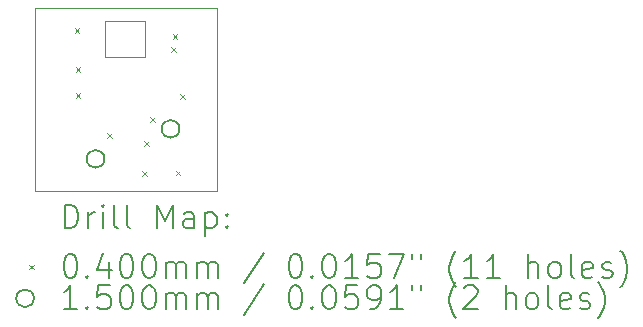
<source format=gbr>
%TF.GenerationSoftware,KiCad,Pcbnew,8.0.5*%
%TF.CreationDate,2024-09-21T17:12:39+02:00*%
%TF.ProjectId,keycap,6b657963-6170-42e6-9b69-6361645f7063,rev?*%
%TF.SameCoordinates,Original*%
%TF.FileFunction,Drillmap*%
%TF.FilePolarity,Positive*%
%FSLAX45Y45*%
G04 Gerber Fmt 4.5, Leading zero omitted, Abs format (unit mm)*
G04 Created by KiCad (PCBNEW 8.0.5) date 2024-09-21 17:12:39*
%MOMM*%
%LPD*%
G01*
G04 APERTURE LIST*
%ADD10C,0.100000*%
%ADD11C,0.120000*%
%ADD12C,0.200000*%
%ADD13C,0.150000*%
G04 APERTURE END LIST*
D10*
X11341114Y-12104436D02*
X11341114Y-10556936D01*
X12887706Y-12104624D02*
X11341114Y-12104436D01*
X12888468Y-10557256D02*
X12887706Y-12104624D01*
X11341114Y-10556936D02*
X12888468Y-10557256D01*
D11*
X11940000Y-10670000D02*
X12280000Y-10670000D01*
X11940000Y-10970000D02*
X11940000Y-10670000D01*
X12280000Y-10670000D02*
X12280000Y-10970000D01*
X12280000Y-10970000D02*
X11940000Y-10970000D01*
D12*
D10*
X11680000Y-10730000D02*
X11720000Y-10770000D01*
X11720000Y-10730000D02*
X11680000Y-10770000D01*
X11690000Y-11055000D02*
X11730000Y-11095000D01*
X11730000Y-11055000D02*
X11690000Y-11095000D01*
X11690000Y-11280000D02*
X11730000Y-11320000D01*
X11730000Y-11280000D02*
X11690000Y-11320000D01*
X11955000Y-11614216D02*
X11995000Y-11654216D01*
X11995000Y-11614216D02*
X11955000Y-11654216D01*
X12255000Y-11935000D02*
X12295000Y-11975000D01*
X12295000Y-11935000D02*
X12255000Y-11975000D01*
X12270000Y-11686750D02*
X12310000Y-11726750D01*
X12310000Y-11686750D02*
X12270000Y-11726750D01*
X12320260Y-11479740D02*
X12360260Y-11519740D01*
X12360260Y-11479740D02*
X12320260Y-11519740D01*
X12500000Y-10890000D02*
X12540000Y-10930000D01*
X12540000Y-10890000D02*
X12500000Y-10930000D01*
X12510000Y-10780000D02*
X12550000Y-10820000D01*
X12550000Y-10780000D02*
X12510000Y-10820000D01*
X12536000Y-11933222D02*
X12576000Y-11973222D01*
X12576000Y-11933222D02*
X12536000Y-11973222D01*
X12572500Y-11287500D02*
X12612500Y-11327500D01*
X12612500Y-11287500D02*
X12572500Y-11327500D01*
D13*
X11932990Y-11833860D02*
G75*
G02*
X11782990Y-11833860I-75000J0D01*
G01*
X11782990Y-11833860D02*
G75*
G02*
X11932990Y-11833860I75000J0D01*
G01*
X12567990Y-11579860D02*
G75*
G02*
X12417990Y-11579860I-75000J0D01*
G01*
X12417990Y-11579860D02*
G75*
G02*
X12567990Y-11579860I75000J0D01*
G01*
D12*
X11596891Y-12421108D02*
X11596891Y-12221108D01*
X11596891Y-12221108D02*
X11644510Y-12221108D01*
X11644510Y-12221108D02*
X11673081Y-12230632D01*
X11673081Y-12230632D02*
X11692129Y-12249679D01*
X11692129Y-12249679D02*
X11701653Y-12268727D01*
X11701653Y-12268727D02*
X11711176Y-12306822D01*
X11711176Y-12306822D02*
X11711176Y-12335393D01*
X11711176Y-12335393D02*
X11701653Y-12373489D01*
X11701653Y-12373489D02*
X11692129Y-12392536D01*
X11692129Y-12392536D02*
X11673081Y-12411584D01*
X11673081Y-12411584D02*
X11644510Y-12421108D01*
X11644510Y-12421108D02*
X11596891Y-12421108D01*
X11796891Y-12421108D02*
X11796891Y-12287774D01*
X11796891Y-12325870D02*
X11806415Y-12306822D01*
X11806415Y-12306822D02*
X11815938Y-12297298D01*
X11815938Y-12297298D02*
X11834986Y-12287774D01*
X11834986Y-12287774D02*
X11854034Y-12287774D01*
X11920700Y-12421108D02*
X11920700Y-12287774D01*
X11920700Y-12221108D02*
X11911176Y-12230632D01*
X11911176Y-12230632D02*
X11920700Y-12240155D01*
X11920700Y-12240155D02*
X11930224Y-12230632D01*
X11930224Y-12230632D02*
X11920700Y-12221108D01*
X11920700Y-12221108D02*
X11920700Y-12240155D01*
X12044510Y-12421108D02*
X12025462Y-12411584D01*
X12025462Y-12411584D02*
X12015938Y-12392536D01*
X12015938Y-12392536D02*
X12015938Y-12221108D01*
X12149272Y-12421108D02*
X12130224Y-12411584D01*
X12130224Y-12411584D02*
X12120700Y-12392536D01*
X12120700Y-12392536D02*
X12120700Y-12221108D01*
X12377843Y-12421108D02*
X12377843Y-12221108D01*
X12377843Y-12221108D02*
X12444510Y-12363965D01*
X12444510Y-12363965D02*
X12511176Y-12221108D01*
X12511176Y-12221108D02*
X12511176Y-12421108D01*
X12692129Y-12421108D02*
X12692129Y-12316346D01*
X12692129Y-12316346D02*
X12682605Y-12297298D01*
X12682605Y-12297298D02*
X12663557Y-12287774D01*
X12663557Y-12287774D02*
X12625462Y-12287774D01*
X12625462Y-12287774D02*
X12606415Y-12297298D01*
X12692129Y-12411584D02*
X12673081Y-12421108D01*
X12673081Y-12421108D02*
X12625462Y-12421108D01*
X12625462Y-12421108D02*
X12606415Y-12411584D01*
X12606415Y-12411584D02*
X12596891Y-12392536D01*
X12596891Y-12392536D02*
X12596891Y-12373489D01*
X12596891Y-12373489D02*
X12606415Y-12354441D01*
X12606415Y-12354441D02*
X12625462Y-12344917D01*
X12625462Y-12344917D02*
X12673081Y-12344917D01*
X12673081Y-12344917D02*
X12692129Y-12335393D01*
X12787367Y-12287774D02*
X12787367Y-12487774D01*
X12787367Y-12297298D02*
X12806415Y-12287774D01*
X12806415Y-12287774D02*
X12844510Y-12287774D01*
X12844510Y-12287774D02*
X12863557Y-12297298D01*
X12863557Y-12297298D02*
X12873081Y-12306822D01*
X12873081Y-12306822D02*
X12882605Y-12325870D01*
X12882605Y-12325870D02*
X12882605Y-12383012D01*
X12882605Y-12383012D02*
X12873081Y-12402060D01*
X12873081Y-12402060D02*
X12863557Y-12411584D01*
X12863557Y-12411584D02*
X12844510Y-12421108D01*
X12844510Y-12421108D02*
X12806415Y-12421108D01*
X12806415Y-12421108D02*
X12787367Y-12411584D01*
X12968319Y-12402060D02*
X12977843Y-12411584D01*
X12977843Y-12411584D02*
X12968319Y-12421108D01*
X12968319Y-12421108D02*
X12958796Y-12411584D01*
X12958796Y-12411584D02*
X12968319Y-12402060D01*
X12968319Y-12402060D02*
X12968319Y-12421108D01*
X12968319Y-12297298D02*
X12977843Y-12306822D01*
X12977843Y-12306822D02*
X12968319Y-12316346D01*
X12968319Y-12316346D02*
X12958796Y-12306822D01*
X12958796Y-12306822D02*
X12968319Y-12297298D01*
X12968319Y-12297298D02*
X12968319Y-12316346D01*
D10*
X11296114Y-12729624D02*
X11336114Y-12769624D01*
X11336114Y-12729624D02*
X11296114Y-12769624D01*
D12*
X11634986Y-12641108D02*
X11654034Y-12641108D01*
X11654034Y-12641108D02*
X11673081Y-12650632D01*
X11673081Y-12650632D02*
X11682605Y-12660155D01*
X11682605Y-12660155D02*
X11692129Y-12679203D01*
X11692129Y-12679203D02*
X11701653Y-12717298D01*
X11701653Y-12717298D02*
X11701653Y-12764917D01*
X11701653Y-12764917D02*
X11692129Y-12803012D01*
X11692129Y-12803012D02*
X11682605Y-12822060D01*
X11682605Y-12822060D02*
X11673081Y-12831584D01*
X11673081Y-12831584D02*
X11654034Y-12841108D01*
X11654034Y-12841108D02*
X11634986Y-12841108D01*
X11634986Y-12841108D02*
X11615938Y-12831584D01*
X11615938Y-12831584D02*
X11606415Y-12822060D01*
X11606415Y-12822060D02*
X11596891Y-12803012D01*
X11596891Y-12803012D02*
X11587367Y-12764917D01*
X11587367Y-12764917D02*
X11587367Y-12717298D01*
X11587367Y-12717298D02*
X11596891Y-12679203D01*
X11596891Y-12679203D02*
X11606415Y-12660155D01*
X11606415Y-12660155D02*
X11615938Y-12650632D01*
X11615938Y-12650632D02*
X11634986Y-12641108D01*
X11787367Y-12822060D02*
X11796891Y-12831584D01*
X11796891Y-12831584D02*
X11787367Y-12841108D01*
X11787367Y-12841108D02*
X11777843Y-12831584D01*
X11777843Y-12831584D02*
X11787367Y-12822060D01*
X11787367Y-12822060D02*
X11787367Y-12841108D01*
X11968319Y-12707774D02*
X11968319Y-12841108D01*
X11920700Y-12631584D02*
X11873081Y-12774441D01*
X11873081Y-12774441D02*
X11996891Y-12774441D01*
X12111176Y-12641108D02*
X12130224Y-12641108D01*
X12130224Y-12641108D02*
X12149272Y-12650632D01*
X12149272Y-12650632D02*
X12158796Y-12660155D01*
X12158796Y-12660155D02*
X12168319Y-12679203D01*
X12168319Y-12679203D02*
X12177843Y-12717298D01*
X12177843Y-12717298D02*
X12177843Y-12764917D01*
X12177843Y-12764917D02*
X12168319Y-12803012D01*
X12168319Y-12803012D02*
X12158796Y-12822060D01*
X12158796Y-12822060D02*
X12149272Y-12831584D01*
X12149272Y-12831584D02*
X12130224Y-12841108D01*
X12130224Y-12841108D02*
X12111176Y-12841108D01*
X12111176Y-12841108D02*
X12092129Y-12831584D01*
X12092129Y-12831584D02*
X12082605Y-12822060D01*
X12082605Y-12822060D02*
X12073081Y-12803012D01*
X12073081Y-12803012D02*
X12063557Y-12764917D01*
X12063557Y-12764917D02*
X12063557Y-12717298D01*
X12063557Y-12717298D02*
X12073081Y-12679203D01*
X12073081Y-12679203D02*
X12082605Y-12660155D01*
X12082605Y-12660155D02*
X12092129Y-12650632D01*
X12092129Y-12650632D02*
X12111176Y-12641108D01*
X12301653Y-12641108D02*
X12320700Y-12641108D01*
X12320700Y-12641108D02*
X12339748Y-12650632D01*
X12339748Y-12650632D02*
X12349272Y-12660155D01*
X12349272Y-12660155D02*
X12358796Y-12679203D01*
X12358796Y-12679203D02*
X12368319Y-12717298D01*
X12368319Y-12717298D02*
X12368319Y-12764917D01*
X12368319Y-12764917D02*
X12358796Y-12803012D01*
X12358796Y-12803012D02*
X12349272Y-12822060D01*
X12349272Y-12822060D02*
X12339748Y-12831584D01*
X12339748Y-12831584D02*
X12320700Y-12841108D01*
X12320700Y-12841108D02*
X12301653Y-12841108D01*
X12301653Y-12841108D02*
X12282605Y-12831584D01*
X12282605Y-12831584D02*
X12273081Y-12822060D01*
X12273081Y-12822060D02*
X12263557Y-12803012D01*
X12263557Y-12803012D02*
X12254034Y-12764917D01*
X12254034Y-12764917D02*
X12254034Y-12717298D01*
X12254034Y-12717298D02*
X12263557Y-12679203D01*
X12263557Y-12679203D02*
X12273081Y-12660155D01*
X12273081Y-12660155D02*
X12282605Y-12650632D01*
X12282605Y-12650632D02*
X12301653Y-12641108D01*
X12454034Y-12841108D02*
X12454034Y-12707774D01*
X12454034Y-12726822D02*
X12463557Y-12717298D01*
X12463557Y-12717298D02*
X12482605Y-12707774D01*
X12482605Y-12707774D02*
X12511177Y-12707774D01*
X12511177Y-12707774D02*
X12530224Y-12717298D01*
X12530224Y-12717298D02*
X12539748Y-12736346D01*
X12539748Y-12736346D02*
X12539748Y-12841108D01*
X12539748Y-12736346D02*
X12549272Y-12717298D01*
X12549272Y-12717298D02*
X12568319Y-12707774D01*
X12568319Y-12707774D02*
X12596891Y-12707774D01*
X12596891Y-12707774D02*
X12615938Y-12717298D01*
X12615938Y-12717298D02*
X12625462Y-12736346D01*
X12625462Y-12736346D02*
X12625462Y-12841108D01*
X12720700Y-12841108D02*
X12720700Y-12707774D01*
X12720700Y-12726822D02*
X12730224Y-12717298D01*
X12730224Y-12717298D02*
X12749272Y-12707774D01*
X12749272Y-12707774D02*
X12777843Y-12707774D01*
X12777843Y-12707774D02*
X12796891Y-12717298D01*
X12796891Y-12717298D02*
X12806415Y-12736346D01*
X12806415Y-12736346D02*
X12806415Y-12841108D01*
X12806415Y-12736346D02*
X12815938Y-12717298D01*
X12815938Y-12717298D02*
X12834986Y-12707774D01*
X12834986Y-12707774D02*
X12863557Y-12707774D01*
X12863557Y-12707774D02*
X12882605Y-12717298D01*
X12882605Y-12717298D02*
X12892129Y-12736346D01*
X12892129Y-12736346D02*
X12892129Y-12841108D01*
X13282605Y-12631584D02*
X13111177Y-12888727D01*
X13539748Y-12641108D02*
X13558796Y-12641108D01*
X13558796Y-12641108D02*
X13577843Y-12650632D01*
X13577843Y-12650632D02*
X13587367Y-12660155D01*
X13587367Y-12660155D02*
X13596891Y-12679203D01*
X13596891Y-12679203D02*
X13606415Y-12717298D01*
X13606415Y-12717298D02*
X13606415Y-12764917D01*
X13606415Y-12764917D02*
X13596891Y-12803012D01*
X13596891Y-12803012D02*
X13587367Y-12822060D01*
X13587367Y-12822060D02*
X13577843Y-12831584D01*
X13577843Y-12831584D02*
X13558796Y-12841108D01*
X13558796Y-12841108D02*
X13539748Y-12841108D01*
X13539748Y-12841108D02*
X13520700Y-12831584D01*
X13520700Y-12831584D02*
X13511177Y-12822060D01*
X13511177Y-12822060D02*
X13501653Y-12803012D01*
X13501653Y-12803012D02*
X13492129Y-12764917D01*
X13492129Y-12764917D02*
X13492129Y-12717298D01*
X13492129Y-12717298D02*
X13501653Y-12679203D01*
X13501653Y-12679203D02*
X13511177Y-12660155D01*
X13511177Y-12660155D02*
X13520700Y-12650632D01*
X13520700Y-12650632D02*
X13539748Y-12641108D01*
X13692129Y-12822060D02*
X13701653Y-12831584D01*
X13701653Y-12831584D02*
X13692129Y-12841108D01*
X13692129Y-12841108D02*
X13682605Y-12831584D01*
X13682605Y-12831584D02*
X13692129Y-12822060D01*
X13692129Y-12822060D02*
X13692129Y-12841108D01*
X13825462Y-12641108D02*
X13844510Y-12641108D01*
X13844510Y-12641108D02*
X13863558Y-12650632D01*
X13863558Y-12650632D02*
X13873081Y-12660155D01*
X13873081Y-12660155D02*
X13882605Y-12679203D01*
X13882605Y-12679203D02*
X13892129Y-12717298D01*
X13892129Y-12717298D02*
X13892129Y-12764917D01*
X13892129Y-12764917D02*
X13882605Y-12803012D01*
X13882605Y-12803012D02*
X13873081Y-12822060D01*
X13873081Y-12822060D02*
X13863558Y-12831584D01*
X13863558Y-12831584D02*
X13844510Y-12841108D01*
X13844510Y-12841108D02*
X13825462Y-12841108D01*
X13825462Y-12841108D02*
X13806415Y-12831584D01*
X13806415Y-12831584D02*
X13796891Y-12822060D01*
X13796891Y-12822060D02*
X13787367Y-12803012D01*
X13787367Y-12803012D02*
X13777843Y-12764917D01*
X13777843Y-12764917D02*
X13777843Y-12717298D01*
X13777843Y-12717298D02*
X13787367Y-12679203D01*
X13787367Y-12679203D02*
X13796891Y-12660155D01*
X13796891Y-12660155D02*
X13806415Y-12650632D01*
X13806415Y-12650632D02*
X13825462Y-12641108D01*
X14082605Y-12841108D02*
X13968320Y-12841108D01*
X14025462Y-12841108D02*
X14025462Y-12641108D01*
X14025462Y-12641108D02*
X14006415Y-12669679D01*
X14006415Y-12669679D02*
X13987367Y-12688727D01*
X13987367Y-12688727D02*
X13968320Y-12698251D01*
X14263558Y-12641108D02*
X14168320Y-12641108D01*
X14168320Y-12641108D02*
X14158796Y-12736346D01*
X14158796Y-12736346D02*
X14168320Y-12726822D01*
X14168320Y-12726822D02*
X14187367Y-12717298D01*
X14187367Y-12717298D02*
X14234986Y-12717298D01*
X14234986Y-12717298D02*
X14254034Y-12726822D01*
X14254034Y-12726822D02*
X14263558Y-12736346D01*
X14263558Y-12736346D02*
X14273081Y-12755393D01*
X14273081Y-12755393D02*
X14273081Y-12803012D01*
X14273081Y-12803012D02*
X14263558Y-12822060D01*
X14263558Y-12822060D02*
X14254034Y-12831584D01*
X14254034Y-12831584D02*
X14234986Y-12841108D01*
X14234986Y-12841108D02*
X14187367Y-12841108D01*
X14187367Y-12841108D02*
X14168320Y-12831584D01*
X14168320Y-12831584D02*
X14158796Y-12822060D01*
X14339748Y-12641108D02*
X14473081Y-12641108D01*
X14473081Y-12641108D02*
X14387367Y-12841108D01*
X14539748Y-12641108D02*
X14539748Y-12679203D01*
X14615939Y-12641108D02*
X14615939Y-12679203D01*
X14911177Y-12917298D02*
X14901653Y-12907774D01*
X14901653Y-12907774D02*
X14882605Y-12879203D01*
X14882605Y-12879203D02*
X14873082Y-12860155D01*
X14873082Y-12860155D02*
X14863558Y-12831584D01*
X14863558Y-12831584D02*
X14854034Y-12783965D01*
X14854034Y-12783965D02*
X14854034Y-12745870D01*
X14854034Y-12745870D02*
X14863558Y-12698251D01*
X14863558Y-12698251D02*
X14873082Y-12669679D01*
X14873082Y-12669679D02*
X14882605Y-12650632D01*
X14882605Y-12650632D02*
X14901653Y-12622060D01*
X14901653Y-12622060D02*
X14911177Y-12612536D01*
X15092129Y-12841108D02*
X14977843Y-12841108D01*
X15034986Y-12841108D02*
X15034986Y-12641108D01*
X15034986Y-12641108D02*
X15015939Y-12669679D01*
X15015939Y-12669679D02*
X14996891Y-12688727D01*
X14996891Y-12688727D02*
X14977843Y-12698251D01*
X15282605Y-12841108D02*
X15168320Y-12841108D01*
X15225462Y-12841108D02*
X15225462Y-12641108D01*
X15225462Y-12641108D02*
X15206415Y-12669679D01*
X15206415Y-12669679D02*
X15187367Y-12688727D01*
X15187367Y-12688727D02*
X15168320Y-12698251D01*
X15520701Y-12841108D02*
X15520701Y-12641108D01*
X15606415Y-12841108D02*
X15606415Y-12736346D01*
X15606415Y-12736346D02*
X15596891Y-12717298D01*
X15596891Y-12717298D02*
X15577844Y-12707774D01*
X15577844Y-12707774D02*
X15549272Y-12707774D01*
X15549272Y-12707774D02*
X15530224Y-12717298D01*
X15530224Y-12717298D02*
X15520701Y-12726822D01*
X15730224Y-12841108D02*
X15711177Y-12831584D01*
X15711177Y-12831584D02*
X15701653Y-12822060D01*
X15701653Y-12822060D02*
X15692129Y-12803012D01*
X15692129Y-12803012D02*
X15692129Y-12745870D01*
X15692129Y-12745870D02*
X15701653Y-12726822D01*
X15701653Y-12726822D02*
X15711177Y-12717298D01*
X15711177Y-12717298D02*
X15730224Y-12707774D01*
X15730224Y-12707774D02*
X15758796Y-12707774D01*
X15758796Y-12707774D02*
X15777844Y-12717298D01*
X15777844Y-12717298D02*
X15787367Y-12726822D01*
X15787367Y-12726822D02*
X15796891Y-12745870D01*
X15796891Y-12745870D02*
X15796891Y-12803012D01*
X15796891Y-12803012D02*
X15787367Y-12822060D01*
X15787367Y-12822060D02*
X15777844Y-12831584D01*
X15777844Y-12831584D02*
X15758796Y-12841108D01*
X15758796Y-12841108D02*
X15730224Y-12841108D01*
X15911177Y-12841108D02*
X15892129Y-12831584D01*
X15892129Y-12831584D02*
X15882605Y-12812536D01*
X15882605Y-12812536D02*
X15882605Y-12641108D01*
X16063558Y-12831584D02*
X16044510Y-12841108D01*
X16044510Y-12841108D02*
X16006415Y-12841108D01*
X16006415Y-12841108D02*
X15987367Y-12831584D01*
X15987367Y-12831584D02*
X15977844Y-12812536D01*
X15977844Y-12812536D02*
X15977844Y-12736346D01*
X15977844Y-12736346D02*
X15987367Y-12717298D01*
X15987367Y-12717298D02*
X16006415Y-12707774D01*
X16006415Y-12707774D02*
X16044510Y-12707774D01*
X16044510Y-12707774D02*
X16063558Y-12717298D01*
X16063558Y-12717298D02*
X16073082Y-12736346D01*
X16073082Y-12736346D02*
X16073082Y-12755393D01*
X16073082Y-12755393D02*
X15977844Y-12774441D01*
X16149272Y-12831584D02*
X16168320Y-12841108D01*
X16168320Y-12841108D02*
X16206415Y-12841108D01*
X16206415Y-12841108D02*
X16225463Y-12831584D01*
X16225463Y-12831584D02*
X16234986Y-12812536D01*
X16234986Y-12812536D02*
X16234986Y-12803012D01*
X16234986Y-12803012D02*
X16225463Y-12783965D01*
X16225463Y-12783965D02*
X16206415Y-12774441D01*
X16206415Y-12774441D02*
X16177844Y-12774441D01*
X16177844Y-12774441D02*
X16158796Y-12764917D01*
X16158796Y-12764917D02*
X16149272Y-12745870D01*
X16149272Y-12745870D02*
X16149272Y-12736346D01*
X16149272Y-12736346D02*
X16158796Y-12717298D01*
X16158796Y-12717298D02*
X16177844Y-12707774D01*
X16177844Y-12707774D02*
X16206415Y-12707774D01*
X16206415Y-12707774D02*
X16225463Y-12717298D01*
X16301653Y-12917298D02*
X16311177Y-12907774D01*
X16311177Y-12907774D02*
X16330225Y-12879203D01*
X16330225Y-12879203D02*
X16339748Y-12860155D01*
X16339748Y-12860155D02*
X16349272Y-12831584D01*
X16349272Y-12831584D02*
X16358796Y-12783965D01*
X16358796Y-12783965D02*
X16358796Y-12745870D01*
X16358796Y-12745870D02*
X16349272Y-12698251D01*
X16349272Y-12698251D02*
X16339748Y-12669679D01*
X16339748Y-12669679D02*
X16330225Y-12650632D01*
X16330225Y-12650632D02*
X16311177Y-12622060D01*
X16311177Y-12622060D02*
X16301653Y-12612536D01*
D13*
X11336114Y-13013624D02*
G75*
G02*
X11186114Y-13013624I-75000J0D01*
G01*
X11186114Y-13013624D02*
G75*
G02*
X11336114Y-13013624I75000J0D01*
G01*
D12*
X11701653Y-13105108D02*
X11587367Y-13105108D01*
X11644510Y-13105108D02*
X11644510Y-12905108D01*
X11644510Y-12905108D02*
X11625462Y-12933679D01*
X11625462Y-12933679D02*
X11606415Y-12952727D01*
X11606415Y-12952727D02*
X11587367Y-12962251D01*
X11787367Y-13086060D02*
X11796891Y-13095584D01*
X11796891Y-13095584D02*
X11787367Y-13105108D01*
X11787367Y-13105108D02*
X11777843Y-13095584D01*
X11777843Y-13095584D02*
X11787367Y-13086060D01*
X11787367Y-13086060D02*
X11787367Y-13105108D01*
X11977843Y-12905108D02*
X11882605Y-12905108D01*
X11882605Y-12905108D02*
X11873081Y-13000346D01*
X11873081Y-13000346D02*
X11882605Y-12990822D01*
X11882605Y-12990822D02*
X11901653Y-12981298D01*
X11901653Y-12981298D02*
X11949272Y-12981298D01*
X11949272Y-12981298D02*
X11968319Y-12990822D01*
X11968319Y-12990822D02*
X11977843Y-13000346D01*
X11977843Y-13000346D02*
X11987367Y-13019393D01*
X11987367Y-13019393D02*
X11987367Y-13067012D01*
X11987367Y-13067012D02*
X11977843Y-13086060D01*
X11977843Y-13086060D02*
X11968319Y-13095584D01*
X11968319Y-13095584D02*
X11949272Y-13105108D01*
X11949272Y-13105108D02*
X11901653Y-13105108D01*
X11901653Y-13105108D02*
X11882605Y-13095584D01*
X11882605Y-13095584D02*
X11873081Y-13086060D01*
X12111176Y-12905108D02*
X12130224Y-12905108D01*
X12130224Y-12905108D02*
X12149272Y-12914632D01*
X12149272Y-12914632D02*
X12158796Y-12924155D01*
X12158796Y-12924155D02*
X12168319Y-12943203D01*
X12168319Y-12943203D02*
X12177843Y-12981298D01*
X12177843Y-12981298D02*
X12177843Y-13028917D01*
X12177843Y-13028917D02*
X12168319Y-13067012D01*
X12168319Y-13067012D02*
X12158796Y-13086060D01*
X12158796Y-13086060D02*
X12149272Y-13095584D01*
X12149272Y-13095584D02*
X12130224Y-13105108D01*
X12130224Y-13105108D02*
X12111176Y-13105108D01*
X12111176Y-13105108D02*
X12092129Y-13095584D01*
X12092129Y-13095584D02*
X12082605Y-13086060D01*
X12082605Y-13086060D02*
X12073081Y-13067012D01*
X12073081Y-13067012D02*
X12063557Y-13028917D01*
X12063557Y-13028917D02*
X12063557Y-12981298D01*
X12063557Y-12981298D02*
X12073081Y-12943203D01*
X12073081Y-12943203D02*
X12082605Y-12924155D01*
X12082605Y-12924155D02*
X12092129Y-12914632D01*
X12092129Y-12914632D02*
X12111176Y-12905108D01*
X12301653Y-12905108D02*
X12320700Y-12905108D01*
X12320700Y-12905108D02*
X12339748Y-12914632D01*
X12339748Y-12914632D02*
X12349272Y-12924155D01*
X12349272Y-12924155D02*
X12358796Y-12943203D01*
X12358796Y-12943203D02*
X12368319Y-12981298D01*
X12368319Y-12981298D02*
X12368319Y-13028917D01*
X12368319Y-13028917D02*
X12358796Y-13067012D01*
X12358796Y-13067012D02*
X12349272Y-13086060D01*
X12349272Y-13086060D02*
X12339748Y-13095584D01*
X12339748Y-13095584D02*
X12320700Y-13105108D01*
X12320700Y-13105108D02*
X12301653Y-13105108D01*
X12301653Y-13105108D02*
X12282605Y-13095584D01*
X12282605Y-13095584D02*
X12273081Y-13086060D01*
X12273081Y-13086060D02*
X12263557Y-13067012D01*
X12263557Y-13067012D02*
X12254034Y-13028917D01*
X12254034Y-13028917D02*
X12254034Y-12981298D01*
X12254034Y-12981298D02*
X12263557Y-12943203D01*
X12263557Y-12943203D02*
X12273081Y-12924155D01*
X12273081Y-12924155D02*
X12282605Y-12914632D01*
X12282605Y-12914632D02*
X12301653Y-12905108D01*
X12454034Y-13105108D02*
X12454034Y-12971774D01*
X12454034Y-12990822D02*
X12463557Y-12981298D01*
X12463557Y-12981298D02*
X12482605Y-12971774D01*
X12482605Y-12971774D02*
X12511177Y-12971774D01*
X12511177Y-12971774D02*
X12530224Y-12981298D01*
X12530224Y-12981298D02*
X12539748Y-13000346D01*
X12539748Y-13000346D02*
X12539748Y-13105108D01*
X12539748Y-13000346D02*
X12549272Y-12981298D01*
X12549272Y-12981298D02*
X12568319Y-12971774D01*
X12568319Y-12971774D02*
X12596891Y-12971774D01*
X12596891Y-12971774D02*
X12615938Y-12981298D01*
X12615938Y-12981298D02*
X12625462Y-13000346D01*
X12625462Y-13000346D02*
X12625462Y-13105108D01*
X12720700Y-13105108D02*
X12720700Y-12971774D01*
X12720700Y-12990822D02*
X12730224Y-12981298D01*
X12730224Y-12981298D02*
X12749272Y-12971774D01*
X12749272Y-12971774D02*
X12777843Y-12971774D01*
X12777843Y-12971774D02*
X12796891Y-12981298D01*
X12796891Y-12981298D02*
X12806415Y-13000346D01*
X12806415Y-13000346D02*
X12806415Y-13105108D01*
X12806415Y-13000346D02*
X12815938Y-12981298D01*
X12815938Y-12981298D02*
X12834986Y-12971774D01*
X12834986Y-12971774D02*
X12863557Y-12971774D01*
X12863557Y-12971774D02*
X12882605Y-12981298D01*
X12882605Y-12981298D02*
X12892129Y-13000346D01*
X12892129Y-13000346D02*
X12892129Y-13105108D01*
X13282605Y-12895584D02*
X13111177Y-13152727D01*
X13539748Y-12905108D02*
X13558796Y-12905108D01*
X13558796Y-12905108D02*
X13577843Y-12914632D01*
X13577843Y-12914632D02*
X13587367Y-12924155D01*
X13587367Y-12924155D02*
X13596891Y-12943203D01*
X13596891Y-12943203D02*
X13606415Y-12981298D01*
X13606415Y-12981298D02*
X13606415Y-13028917D01*
X13606415Y-13028917D02*
X13596891Y-13067012D01*
X13596891Y-13067012D02*
X13587367Y-13086060D01*
X13587367Y-13086060D02*
X13577843Y-13095584D01*
X13577843Y-13095584D02*
X13558796Y-13105108D01*
X13558796Y-13105108D02*
X13539748Y-13105108D01*
X13539748Y-13105108D02*
X13520700Y-13095584D01*
X13520700Y-13095584D02*
X13511177Y-13086060D01*
X13511177Y-13086060D02*
X13501653Y-13067012D01*
X13501653Y-13067012D02*
X13492129Y-13028917D01*
X13492129Y-13028917D02*
X13492129Y-12981298D01*
X13492129Y-12981298D02*
X13501653Y-12943203D01*
X13501653Y-12943203D02*
X13511177Y-12924155D01*
X13511177Y-12924155D02*
X13520700Y-12914632D01*
X13520700Y-12914632D02*
X13539748Y-12905108D01*
X13692129Y-13086060D02*
X13701653Y-13095584D01*
X13701653Y-13095584D02*
X13692129Y-13105108D01*
X13692129Y-13105108D02*
X13682605Y-13095584D01*
X13682605Y-13095584D02*
X13692129Y-13086060D01*
X13692129Y-13086060D02*
X13692129Y-13105108D01*
X13825462Y-12905108D02*
X13844510Y-12905108D01*
X13844510Y-12905108D02*
X13863558Y-12914632D01*
X13863558Y-12914632D02*
X13873081Y-12924155D01*
X13873081Y-12924155D02*
X13882605Y-12943203D01*
X13882605Y-12943203D02*
X13892129Y-12981298D01*
X13892129Y-12981298D02*
X13892129Y-13028917D01*
X13892129Y-13028917D02*
X13882605Y-13067012D01*
X13882605Y-13067012D02*
X13873081Y-13086060D01*
X13873081Y-13086060D02*
X13863558Y-13095584D01*
X13863558Y-13095584D02*
X13844510Y-13105108D01*
X13844510Y-13105108D02*
X13825462Y-13105108D01*
X13825462Y-13105108D02*
X13806415Y-13095584D01*
X13806415Y-13095584D02*
X13796891Y-13086060D01*
X13796891Y-13086060D02*
X13787367Y-13067012D01*
X13787367Y-13067012D02*
X13777843Y-13028917D01*
X13777843Y-13028917D02*
X13777843Y-12981298D01*
X13777843Y-12981298D02*
X13787367Y-12943203D01*
X13787367Y-12943203D02*
X13796891Y-12924155D01*
X13796891Y-12924155D02*
X13806415Y-12914632D01*
X13806415Y-12914632D02*
X13825462Y-12905108D01*
X14073081Y-12905108D02*
X13977843Y-12905108D01*
X13977843Y-12905108D02*
X13968320Y-13000346D01*
X13968320Y-13000346D02*
X13977843Y-12990822D01*
X13977843Y-12990822D02*
X13996891Y-12981298D01*
X13996891Y-12981298D02*
X14044510Y-12981298D01*
X14044510Y-12981298D02*
X14063558Y-12990822D01*
X14063558Y-12990822D02*
X14073081Y-13000346D01*
X14073081Y-13000346D02*
X14082605Y-13019393D01*
X14082605Y-13019393D02*
X14082605Y-13067012D01*
X14082605Y-13067012D02*
X14073081Y-13086060D01*
X14073081Y-13086060D02*
X14063558Y-13095584D01*
X14063558Y-13095584D02*
X14044510Y-13105108D01*
X14044510Y-13105108D02*
X13996891Y-13105108D01*
X13996891Y-13105108D02*
X13977843Y-13095584D01*
X13977843Y-13095584D02*
X13968320Y-13086060D01*
X14177843Y-13105108D02*
X14215939Y-13105108D01*
X14215939Y-13105108D02*
X14234986Y-13095584D01*
X14234986Y-13095584D02*
X14244510Y-13086060D01*
X14244510Y-13086060D02*
X14263558Y-13057489D01*
X14263558Y-13057489D02*
X14273081Y-13019393D01*
X14273081Y-13019393D02*
X14273081Y-12943203D01*
X14273081Y-12943203D02*
X14263558Y-12924155D01*
X14263558Y-12924155D02*
X14254034Y-12914632D01*
X14254034Y-12914632D02*
X14234986Y-12905108D01*
X14234986Y-12905108D02*
X14196891Y-12905108D01*
X14196891Y-12905108D02*
X14177843Y-12914632D01*
X14177843Y-12914632D02*
X14168320Y-12924155D01*
X14168320Y-12924155D02*
X14158796Y-12943203D01*
X14158796Y-12943203D02*
X14158796Y-12990822D01*
X14158796Y-12990822D02*
X14168320Y-13009870D01*
X14168320Y-13009870D02*
X14177843Y-13019393D01*
X14177843Y-13019393D02*
X14196891Y-13028917D01*
X14196891Y-13028917D02*
X14234986Y-13028917D01*
X14234986Y-13028917D02*
X14254034Y-13019393D01*
X14254034Y-13019393D02*
X14263558Y-13009870D01*
X14263558Y-13009870D02*
X14273081Y-12990822D01*
X14463558Y-13105108D02*
X14349272Y-13105108D01*
X14406415Y-13105108D02*
X14406415Y-12905108D01*
X14406415Y-12905108D02*
X14387367Y-12933679D01*
X14387367Y-12933679D02*
X14368320Y-12952727D01*
X14368320Y-12952727D02*
X14349272Y-12962251D01*
X14539748Y-12905108D02*
X14539748Y-12943203D01*
X14615939Y-12905108D02*
X14615939Y-12943203D01*
X14911177Y-13181298D02*
X14901653Y-13171774D01*
X14901653Y-13171774D02*
X14882605Y-13143203D01*
X14882605Y-13143203D02*
X14873082Y-13124155D01*
X14873082Y-13124155D02*
X14863558Y-13095584D01*
X14863558Y-13095584D02*
X14854034Y-13047965D01*
X14854034Y-13047965D02*
X14854034Y-13009870D01*
X14854034Y-13009870D02*
X14863558Y-12962251D01*
X14863558Y-12962251D02*
X14873082Y-12933679D01*
X14873082Y-12933679D02*
X14882605Y-12914632D01*
X14882605Y-12914632D02*
X14901653Y-12886060D01*
X14901653Y-12886060D02*
X14911177Y-12876536D01*
X14977843Y-12924155D02*
X14987367Y-12914632D01*
X14987367Y-12914632D02*
X15006415Y-12905108D01*
X15006415Y-12905108D02*
X15054034Y-12905108D01*
X15054034Y-12905108D02*
X15073082Y-12914632D01*
X15073082Y-12914632D02*
X15082605Y-12924155D01*
X15082605Y-12924155D02*
X15092129Y-12943203D01*
X15092129Y-12943203D02*
X15092129Y-12962251D01*
X15092129Y-12962251D02*
X15082605Y-12990822D01*
X15082605Y-12990822D02*
X14968320Y-13105108D01*
X14968320Y-13105108D02*
X15092129Y-13105108D01*
X15330224Y-13105108D02*
X15330224Y-12905108D01*
X15415939Y-13105108D02*
X15415939Y-13000346D01*
X15415939Y-13000346D02*
X15406415Y-12981298D01*
X15406415Y-12981298D02*
X15387367Y-12971774D01*
X15387367Y-12971774D02*
X15358796Y-12971774D01*
X15358796Y-12971774D02*
X15339748Y-12981298D01*
X15339748Y-12981298D02*
X15330224Y-12990822D01*
X15539748Y-13105108D02*
X15520701Y-13095584D01*
X15520701Y-13095584D02*
X15511177Y-13086060D01*
X15511177Y-13086060D02*
X15501653Y-13067012D01*
X15501653Y-13067012D02*
X15501653Y-13009870D01*
X15501653Y-13009870D02*
X15511177Y-12990822D01*
X15511177Y-12990822D02*
X15520701Y-12981298D01*
X15520701Y-12981298D02*
X15539748Y-12971774D01*
X15539748Y-12971774D02*
X15568320Y-12971774D01*
X15568320Y-12971774D02*
X15587367Y-12981298D01*
X15587367Y-12981298D02*
X15596891Y-12990822D01*
X15596891Y-12990822D02*
X15606415Y-13009870D01*
X15606415Y-13009870D02*
X15606415Y-13067012D01*
X15606415Y-13067012D02*
X15596891Y-13086060D01*
X15596891Y-13086060D02*
X15587367Y-13095584D01*
X15587367Y-13095584D02*
X15568320Y-13105108D01*
X15568320Y-13105108D02*
X15539748Y-13105108D01*
X15720701Y-13105108D02*
X15701653Y-13095584D01*
X15701653Y-13095584D02*
X15692129Y-13076536D01*
X15692129Y-13076536D02*
X15692129Y-12905108D01*
X15873082Y-13095584D02*
X15854034Y-13105108D01*
X15854034Y-13105108D02*
X15815939Y-13105108D01*
X15815939Y-13105108D02*
X15796891Y-13095584D01*
X15796891Y-13095584D02*
X15787367Y-13076536D01*
X15787367Y-13076536D02*
X15787367Y-13000346D01*
X15787367Y-13000346D02*
X15796891Y-12981298D01*
X15796891Y-12981298D02*
X15815939Y-12971774D01*
X15815939Y-12971774D02*
X15854034Y-12971774D01*
X15854034Y-12971774D02*
X15873082Y-12981298D01*
X15873082Y-12981298D02*
X15882605Y-13000346D01*
X15882605Y-13000346D02*
X15882605Y-13019393D01*
X15882605Y-13019393D02*
X15787367Y-13038441D01*
X15958796Y-13095584D02*
X15977844Y-13105108D01*
X15977844Y-13105108D02*
X16015939Y-13105108D01*
X16015939Y-13105108D02*
X16034986Y-13095584D01*
X16034986Y-13095584D02*
X16044510Y-13076536D01*
X16044510Y-13076536D02*
X16044510Y-13067012D01*
X16044510Y-13067012D02*
X16034986Y-13047965D01*
X16034986Y-13047965D02*
X16015939Y-13038441D01*
X16015939Y-13038441D02*
X15987367Y-13038441D01*
X15987367Y-13038441D02*
X15968320Y-13028917D01*
X15968320Y-13028917D02*
X15958796Y-13009870D01*
X15958796Y-13009870D02*
X15958796Y-13000346D01*
X15958796Y-13000346D02*
X15968320Y-12981298D01*
X15968320Y-12981298D02*
X15987367Y-12971774D01*
X15987367Y-12971774D02*
X16015939Y-12971774D01*
X16015939Y-12971774D02*
X16034986Y-12981298D01*
X16111177Y-13181298D02*
X16120701Y-13171774D01*
X16120701Y-13171774D02*
X16139748Y-13143203D01*
X16139748Y-13143203D02*
X16149272Y-13124155D01*
X16149272Y-13124155D02*
X16158796Y-13095584D01*
X16158796Y-13095584D02*
X16168320Y-13047965D01*
X16168320Y-13047965D02*
X16168320Y-13009870D01*
X16168320Y-13009870D02*
X16158796Y-12962251D01*
X16158796Y-12962251D02*
X16149272Y-12933679D01*
X16149272Y-12933679D02*
X16139748Y-12914632D01*
X16139748Y-12914632D02*
X16120701Y-12886060D01*
X16120701Y-12886060D02*
X16111177Y-12876536D01*
M02*

</source>
